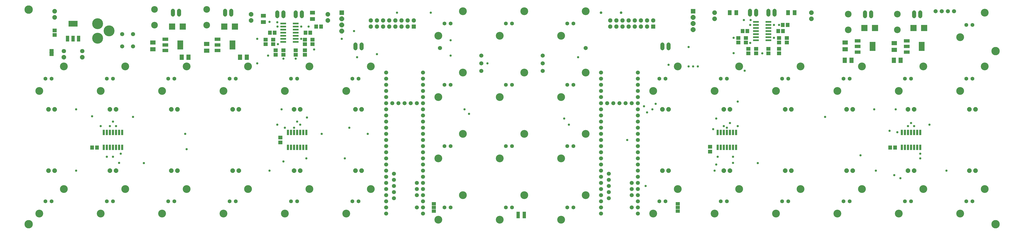
<source format=gbr>
G04 EAGLE Gerber RS-274X export*
G75*
%MOMM*%
%FSLAX34Y34*%
%LPD*%
%INSoldermask Bottom*%
%IPPOS*%
%AMOC8*
5,1,8,0,0,1.08239X$1,22.5*%
G01*
%ADD10C,3.467200*%
%ADD11C,1.676400*%
%ADD12C,1.601200*%
%ADD13C,3.218200*%
%ADD14R,0.863600X2.235200*%
%ADD15P,2.034460X8X22.500000*%
%ADD16P,2.034460X8X202.500000*%
%ADD17P,1.951982X8X292.500000*%
%ADD18C,1.803400*%
%ADD19C,4.521200*%
%ADD20P,2.034460X8X112.500000*%
%ADD21R,1.703200X1.503200*%
%ADD22R,1.422400X2.438400*%
%ADD23R,3.803200X2.403200*%
%ADD24C,1.727200*%
%ADD25R,2.438400X1.422400*%
%ADD26R,2.403200X3.803200*%
%ADD27R,1.803200X2.203200*%
%ADD28R,2.603200X2.603200*%
%ADD29R,2.203200X1.803200*%
%ADD30R,2.403200X0.803200*%
%ADD31R,1.803200X1.503200*%
%ADD32R,1.503200X1.803200*%
%ADD33R,1.727200X1.727200*%
%ADD34P,1.869504X8X112.500000*%
%ADD35R,1.803400X1.371600*%
%ADD36R,1.828800X0.152400*%
%ADD37R,2.003200X1.603200*%
%ADD38R,1.603200X2.003200*%
%ADD39R,1.473200X2.743200*%
%ADD40P,2.144431X8X202.500000*%
%ADD41R,1.981200X1.981200*%
%ADD42C,2.743200*%
%ADD43C,1.703200*%
%ADD44C,0.959600*%
%ADD45P,1.038661X8X22.500000*%


D10*
X31750Y31750D03*
X31750Y920750D03*
X4032250Y31750D03*
X4032250Y749300D03*
D11*
X1511300Y127000D03*
X1511300Y152400D03*
X1511300Y177800D03*
X1511300Y203200D03*
X1511300Y228600D03*
X1511300Y254000D03*
X1511300Y279400D03*
X1511300Y304800D03*
X1511300Y330200D03*
X1511300Y355600D03*
X1511300Y381000D03*
X1511300Y406400D03*
X1663700Y406400D03*
X1663700Y381000D03*
X1663700Y355600D03*
X1663700Y330200D03*
X1663700Y304800D03*
X1663700Y279400D03*
X1663700Y254000D03*
X1663700Y228600D03*
X1663700Y203200D03*
X1663700Y177800D03*
X1663700Y152400D03*
X1511300Y101600D03*
X1663700Y127000D03*
X1663700Y101600D03*
X1511300Y76200D03*
X1663700Y76200D03*
X1511300Y431800D03*
X1663700Y431800D03*
X1511300Y457200D03*
X1511300Y482600D03*
X1511300Y508000D03*
X1511300Y533400D03*
X1511300Y558800D03*
X1511300Y584200D03*
X1511300Y609600D03*
X1511300Y635000D03*
X1511300Y660400D03*
X1663700Y660400D03*
X1663700Y635000D03*
X1663700Y609600D03*
X1663700Y584200D03*
X1663700Y558800D03*
X1663700Y533400D03*
X1663700Y508000D03*
X1663700Y482600D03*
X1663700Y457200D03*
X1536700Y533400D03*
X1587500Y533400D03*
X1612900Y533400D03*
X1562100Y533400D03*
X1638300Y533400D03*
X1638300Y101600D03*
X1638300Y152400D03*
X1638300Y177800D03*
X1638300Y203200D03*
X1543050Y139700D03*
X1543050Y165100D03*
X1543050Y190500D03*
X1543050Y215900D03*
X1543050Y241300D03*
D12*
X127000Y635000D03*
X101600Y635000D03*
D13*
X76200Y584200D03*
X177800Y685800D03*
D12*
X381000Y635000D03*
X355600Y635000D03*
D13*
X330200Y584200D03*
X431800Y685800D03*
D12*
X889000Y635000D03*
X863600Y635000D03*
D13*
X838200Y584200D03*
X939800Y685800D03*
D12*
X1397000Y635000D03*
X1371600Y635000D03*
D13*
X1346200Y584200D03*
X1447800Y685800D03*
D12*
X635000Y635000D03*
X609600Y635000D03*
D13*
X584200Y584200D03*
X685800Y685800D03*
D12*
X1143000Y635000D03*
X1117600Y635000D03*
D13*
X1092200Y584200D03*
X1193800Y685800D03*
D12*
X1778000Y863600D03*
X1752600Y863600D03*
D13*
X1727200Y812800D03*
X1828800Y914400D03*
D12*
X1778000Y609600D03*
X1752600Y609600D03*
D13*
X1727200Y558800D03*
X1828800Y660400D03*
D12*
X1778000Y355600D03*
X1752600Y355600D03*
D13*
X1727200Y304800D03*
X1828800Y406400D03*
D12*
X1778000Y101600D03*
X1752600Y101600D03*
D13*
X1727200Y50800D03*
X1828800Y152400D03*
D14*
X342900Y411734D03*
X342900Y350266D03*
X355600Y411734D03*
X368300Y411734D03*
X355600Y350266D03*
X368300Y350266D03*
X381000Y411734D03*
X381000Y350266D03*
X393700Y411734D03*
X406400Y411734D03*
X393700Y350266D03*
X406400Y350266D03*
X419100Y411734D03*
X419100Y350266D03*
D15*
X114300Y508000D03*
X139700Y508000D03*
X368300Y508000D03*
X393700Y508000D03*
X876300Y508000D03*
X901700Y508000D03*
D16*
X1409700Y508000D03*
X1384300Y508000D03*
X647700Y508000D03*
X622300Y508000D03*
D15*
X1130300Y508000D03*
X1155700Y508000D03*
D17*
X254000Y723900D03*
D18*
X254000Y749300D03*
D17*
X177800Y723900D03*
D18*
X177800Y749300D03*
D19*
X317500Y802800D03*
X317500Y862800D03*
X364500Y832800D03*
D20*
X139700Y889000D03*
X139700Y914400D03*
D21*
X139700Y835000D03*
X139700Y816000D03*
D22*
X239014Y800862D03*
X215900Y800862D03*
X192786Y800862D03*
D23*
X215900Y862840D03*
D12*
X127000Y127000D03*
X101600Y127000D03*
D13*
X76200Y76200D03*
X177800Y177800D03*
D12*
X381000Y127000D03*
X355600Y127000D03*
D13*
X330200Y76200D03*
X431800Y177800D03*
D12*
X635000Y127000D03*
X609600Y127000D03*
D13*
X584200Y76200D03*
X685800Y177800D03*
D12*
X889000Y127000D03*
X863600Y127000D03*
D13*
X838200Y76200D03*
X939800Y177800D03*
D12*
X1143000Y127000D03*
X1117600Y127000D03*
D13*
X1092200Y76200D03*
X1193800Y177800D03*
D12*
X1397000Y127000D03*
X1371600Y127000D03*
D13*
X1346200Y76200D03*
X1447800Y177800D03*
D14*
X1104900Y411734D03*
X1104900Y350266D03*
X1117600Y411734D03*
X1130300Y411734D03*
X1117600Y350266D03*
X1130300Y350266D03*
X1143000Y411734D03*
X1143000Y350266D03*
X1155700Y411734D03*
X1168400Y411734D03*
X1155700Y350266D03*
X1168400Y350266D03*
X1181100Y411734D03*
X1181100Y350266D03*
D15*
X114300Y254000D03*
X139700Y254000D03*
X368300Y254000D03*
X393700Y254000D03*
D16*
X647700Y254000D03*
X622300Y254000D03*
D15*
X876300Y254000D03*
X901700Y254000D03*
X1130300Y254000D03*
X1155700Y254000D03*
D16*
X1409700Y254000D03*
X1384300Y254000D03*
D24*
X628650Y900430D02*
X628650Y915670D01*
X654050Y915670D02*
X654050Y900430D01*
D25*
X597662Y751586D03*
X597662Y774700D03*
X597662Y797814D03*
D26*
X659640Y774700D03*
D27*
X693450Y723900D03*
X665450Y723900D03*
D28*
X625700Y850900D03*
X669700Y850900D03*
D29*
X546100Y784890D03*
X546100Y756890D03*
D24*
X844550Y900430D02*
X844550Y915670D01*
X869950Y915670D02*
X869950Y900430D01*
D25*
X813562Y751586D03*
X813562Y774700D03*
X813562Y797814D03*
D26*
X875540Y774700D03*
D27*
X934750Y723900D03*
X906750Y723900D03*
D28*
X841600Y850900D03*
X885600Y850900D03*
D29*
X768350Y778540D03*
X768350Y750540D03*
D30*
X1137250Y850900D03*
X1085250Y850900D03*
X1137250Y863600D03*
X1137250Y838200D03*
X1137250Y825500D03*
X1085250Y863600D03*
X1085250Y838200D03*
X1085250Y825500D03*
X1137250Y800100D03*
X1085250Y800100D03*
X1137250Y812800D03*
X1137250Y787400D03*
X1085250Y812800D03*
X1085250Y787400D03*
D31*
X1174750Y777900D03*
X1174750Y796900D03*
X1206500Y796900D03*
X1206500Y777900D03*
X1174750Y733450D03*
X1174750Y752450D03*
X1136650Y752450D03*
X1136650Y733450D03*
D32*
X1177950Y825500D03*
X1196950Y825500D03*
D33*
X1625600Y850900D03*
D34*
X1625600Y876300D03*
X1600200Y850900D03*
X1600200Y876300D03*
X1574800Y850900D03*
X1574800Y876300D03*
X1549400Y850900D03*
X1549400Y876300D03*
X1524000Y850900D03*
X1524000Y876300D03*
X1498600Y850900D03*
X1498600Y876300D03*
X1473200Y850900D03*
X1473200Y876300D03*
X1447800Y850900D03*
X1447800Y876300D03*
D24*
X1136650Y894080D02*
X1136650Y909320D01*
X1162050Y909320D02*
X1162050Y894080D01*
D31*
X1043940Y796900D03*
X1043940Y777900D03*
X1012190Y777900D03*
X1012190Y796900D03*
X1054100Y733450D03*
X1054100Y752450D03*
X1085850Y752450D03*
X1085850Y733450D03*
D32*
X1049630Y825500D03*
X1030630Y825500D03*
D24*
X1060450Y894080D02*
X1060450Y909320D01*
X1085850Y909320D02*
X1085850Y894080D01*
D12*
X3937000Y857250D03*
X3911600Y857250D03*
D13*
X3886200Y806450D03*
X3987800Y908050D03*
D35*
X127000Y750570D03*
X127000Y735330D03*
D36*
X127000Y742950D03*
D20*
X1270000Y876300D03*
X1270000Y901700D03*
D37*
X1206500Y882062D03*
X1206500Y908638D03*
D20*
X952500Y876300D03*
X952500Y901700D03*
D37*
X1003300Y869362D03*
X1003300Y895938D03*
D11*
X2400300Y127000D03*
X2400300Y152400D03*
X2400300Y177800D03*
X2400300Y203200D03*
X2400300Y228600D03*
X2400300Y254000D03*
X2400300Y279400D03*
X2400300Y304800D03*
X2400300Y330200D03*
X2400300Y355600D03*
X2400300Y381000D03*
X2400300Y406400D03*
X2552700Y406400D03*
X2552700Y381000D03*
X2552700Y355600D03*
X2552700Y330200D03*
X2552700Y304800D03*
X2552700Y279400D03*
X2552700Y254000D03*
X2552700Y228600D03*
X2552700Y203200D03*
X2552700Y177800D03*
X2552700Y152400D03*
X2400300Y101600D03*
X2552700Y127000D03*
X2552700Y101600D03*
X2400300Y76200D03*
X2552700Y76200D03*
X2400300Y431800D03*
X2552700Y431800D03*
X2400300Y457200D03*
X2400300Y482600D03*
X2400300Y508000D03*
X2400300Y533400D03*
X2400300Y558800D03*
X2400300Y584200D03*
X2400300Y609600D03*
X2400300Y635000D03*
X2400300Y660400D03*
X2552700Y660400D03*
X2552700Y635000D03*
X2552700Y609600D03*
X2552700Y584200D03*
X2552700Y558800D03*
X2552700Y533400D03*
X2552700Y508000D03*
X2552700Y482600D03*
X2552700Y457200D03*
X2425700Y533400D03*
X2476500Y533400D03*
X2501900Y533400D03*
X2451100Y533400D03*
X2527300Y533400D03*
X2527300Y101600D03*
X2527300Y152400D03*
X2527300Y177800D03*
X2527300Y203200D03*
X2432050Y139700D03*
X2432050Y165100D03*
X2432050Y190500D03*
X2432050Y215900D03*
X2432050Y241300D03*
D12*
X2667000Y635000D03*
X2641600Y635000D03*
D13*
X2616200Y584200D03*
X2717800Y685800D03*
D12*
X3175000Y635000D03*
X3149600Y635000D03*
D13*
X3124200Y584200D03*
X3225800Y685800D03*
D12*
X2921000Y635000D03*
X2895600Y635000D03*
D13*
X2870200Y584200D03*
X2971800Y685800D03*
D12*
X3429000Y635000D03*
X3403600Y635000D03*
D13*
X3378200Y584200D03*
X3479800Y685800D03*
D12*
X3937000Y635000D03*
X3911600Y635000D03*
D13*
X3886200Y584200D03*
X3987800Y685800D03*
D12*
X3683000Y635000D03*
X3657600Y635000D03*
D13*
X3632200Y584200D03*
X3733800Y685800D03*
D12*
X2286000Y863600D03*
X2260600Y863600D03*
D13*
X2235200Y812800D03*
X2336800Y914400D03*
D12*
X2286000Y609600D03*
X2260600Y609600D03*
D13*
X2235200Y558800D03*
X2336800Y660400D03*
D12*
X2286000Y355600D03*
X2260600Y355600D03*
D13*
X2235200Y304800D03*
X2336800Y406400D03*
D12*
X2286000Y101600D03*
X2260600Y101600D03*
D13*
X2235200Y50800D03*
X2336800Y152400D03*
D14*
X2882900Y411734D03*
X2882900Y350266D03*
X2895600Y411734D03*
X2908300Y411734D03*
X2895600Y350266D03*
X2908300Y350266D03*
X2921000Y411734D03*
X2921000Y350266D03*
X2933700Y411734D03*
X2946400Y411734D03*
X2933700Y350266D03*
X2946400Y350266D03*
X2959100Y411734D03*
X2959100Y350266D03*
D15*
X2654300Y508000D03*
X2679700Y508000D03*
X3162300Y508000D03*
X3187700Y508000D03*
X2908300Y508000D03*
X2933700Y508000D03*
X3416300Y508000D03*
X3441700Y508000D03*
D16*
X3949700Y508000D03*
X3924300Y508000D03*
D15*
X3670300Y508000D03*
X3695700Y508000D03*
D12*
X2667000Y127000D03*
X2641600Y127000D03*
D13*
X2616200Y76200D03*
X2717800Y177800D03*
D12*
X2921000Y127000D03*
X2895600Y127000D03*
D13*
X2870200Y76200D03*
X2971800Y177800D03*
D12*
X3175000Y127000D03*
X3149600Y127000D03*
D13*
X3124200Y76200D03*
X3225800Y177800D03*
D12*
X3429000Y127000D03*
X3403600Y127000D03*
D13*
X3378200Y76200D03*
X3479800Y177800D03*
D12*
X3683000Y127000D03*
X3657600Y127000D03*
D13*
X3632200Y76200D03*
X3733800Y177800D03*
D12*
X3937000Y127000D03*
X3911600Y127000D03*
D13*
X3886200Y76200D03*
X3987800Y177800D03*
D14*
X3644900Y411734D03*
X3644900Y350266D03*
X3657600Y411734D03*
X3670300Y411734D03*
X3657600Y350266D03*
X3670300Y350266D03*
X3683000Y411734D03*
X3683000Y350266D03*
X3695700Y411734D03*
X3708400Y411734D03*
X3695700Y350266D03*
X3708400Y350266D03*
X3721100Y411734D03*
X3721100Y350266D03*
D15*
X2654300Y254000D03*
X2679700Y254000D03*
X2908300Y254000D03*
X2933700Y254000D03*
D16*
X3187700Y254000D03*
X3162300Y254000D03*
D15*
X3416300Y254000D03*
X3441700Y254000D03*
X3670300Y254000D03*
X3695700Y254000D03*
D16*
X3949700Y254000D03*
X3924300Y254000D03*
D24*
X3492500Y894080D02*
X3492500Y909320D01*
X3517900Y909320D02*
X3517900Y894080D01*
D25*
X3461512Y745236D03*
X3461512Y768350D03*
X3461512Y791464D03*
D26*
X3523490Y768350D03*
D27*
X3408650Y711200D03*
X3436650Y711200D03*
D28*
X3489550Y844550D03*
X3533550Y844550D03*
D29*
X3409950Y784890D03*
X3409950Y756890D03*
D24*
X3695700Y894080D02*
X3695700Y909320D01*
X3721100Y909320D02*
X3721100Y894080D01*
D25*
X3664712Y745236D03*
X3664712Y768350D03*
X3664712Y791464D03*
D26*
X3726690Y768350D03*
D27*
X3611850Y711200D03*
X3639850Y711200D03*
D28*
X3692750Y844550D03*
X3736750Y844550D03*
D29*
X3613150Y782350D03*
X3613150Y754350D03*
D30*
X3093050Y857250D03*
X3041050Y857250D03*
X3093050Y869950D03*
X3093050Y844550D03*
X3093050Y831850D03*
X3041050Y869950D03*
X3041050Y844550D03*
X3041050Y831850D03*
X3093050Y806450D03*
X3041050Y806450D03*
X3093050Y819150D03*
X3093050Y793750D03*
X3041050Y819150D03*
X3041050Y793750D03*
D31*
X3136900Y784250D03*
X3136900Y803250D03*
X3168650Y784250D03*
X3168650Y803250D03*
X3136900Y739800D03*
X3136900Y758800D03*
X3092450Y758800D03*
X3092450Y739800D03*
D32*
X3133750Y831850D03*
X3152750Y831850D03*
D33*
X2616200Y850900D03*
D34*
X2616200Y876300D03*
X2590800Y850900D03*
X2590800Y876300D03*
X2565400Y850900D03*
X2565400Y876300D03*
X2540000Y850900D03*
X2540000Y876300D03*
X2514600Y850900D03*
X2514600Y876300D03*
X2489200Y850900D03*
X2489200Y876300D03*
X2463800Y850900D03*
X2463800Y876300D03*
X2438400Y850900D03*
X2438400Y876300D03*
D24*
X3092450Y900430D02*
X3092450Y915670D01*
X3117850Y915670D02*
X3117850Y900430D01*
D31*
X2999740Y803250D03*
X2999740Y784250D03*
X2967990Y784250D03*
X2967990Y803250D03*
X3009900Y739800D03*
X3009900Y758800D03*
X3041650Y758800D03*
X3041650Y739800D03*
D32*
X3005430Y831850D03*
X2986430Y831850D03*
D24*
X3016250Y900430D02*
X3016250Y915670D01*
X3041650Y915670D02*
X3041650Y900430D01*
D20*
X3270250Y882650D03*
X3270250Y908050D03*
D38*
X3174412Y908050D03*
X3200988Y908050D03*
D20*
X2870200Y882650D03*
X2870200Y908050D03*
D38*
X2959688Y908050D03*
X2933112Y908050D03*
D24*
X1384300Y775970D02*
X1384300Y760730D01*
X1409700Y760730D02*
X1409700Y775970D01*
X2654300Y775970D02*
X2654300Y760730D01*
X2679700Y760730D02*
X2679700Y775970D01*
D39*
X2082800Y69850D03*
X2057400Y69850D03*
D40*
X1327150Y882650D03*
D41*
X1327150Y908050D03*
D40*
X1327150Y857250D03*
X1327150Y831850D03*
X2781300Y889000D03*
D41*
X2781300Y914400D03*
D40*
X2781300Y863600D03*
X2781300Y838200D03*
D35*
X1708150Y116840D03*
X1708150Y101600D03*
X1708150Y86360D03*
X2717800Y116840D03*
X2717800Y101600D03*
X2717800Y86360D03*
D12*
X2032000Y863600D03*
X2006600Y863600D03*
D13*
X1981200Y812800D03*
X2082800Y914400D03*
D12*
X2032000Y609600D03*
X2006600Y609600D03*
D13*
X1981200Y558800D03*
X2082800Y660400D03*
D12*
X2032000Y355600D03*
X2006600Y355600D03*
D13*
X1981200Y304800D03*
X2082800Y406400D03*
D12*
X2032000Y101600D03*
X2006600Y101600D03*
D13*
X1981200Y50800D03*
X2082800Y152400D03*
D42*
X768350Y856500D03*
X768350Y921500D03*
X3625850Y837450D03*
X3625850Y902450D03*
X552450Y856500D03*
X552450Y921500D03*
X3422650Y837450D03*
X3422650Y902450D03*
D31*
X1073150Y371000D03*
X1073150Y391000D03*
D32*
X314800Y349250D03*
X294800Y349250D03*
X1221900Y850900D03*
X1241900Y850900D03*
D31*
X2851150Y352900D03*
X2851150Y332900D03*
D32*
X3616800Y349250D03*
X3596800Y349250D03*
X3152300Y857250D03*
X3172300Y857250D03*
D43*
X419100Y819150D03*
X463550Y819150D03*
X3835400Y914400D03*
X3810000Y914400D03*
D44*
X381000Y457200D03*
X1183640Y473710D03*
D43*
X2336800Y762000D03*
X1733550Y762000D03*
X419100Y768350D03*
X3784600Y914400D03*
D44*
X228600Y254000D03*
X406400Y285750D03*
X508635Y285115D03*
X1028700Y254000D03*
X1181100Y304800D03*
X1339850Y304800D03*
X1092200Y431800D03*
X1130300Y431800D03*
X977900Y698500D03*
X1358900Y431800D03*
X228600Y508000D03*
X330200Y438150D03*
X368300Y438150D03*
X1778000Y730250D03*
X1778000Y793750D03*
X1159510Y850900D03*
X1159510Y800100D03*
X1435100Y406400D03*
X393700Y438150D03*
X679450Y406400D03*
X1244600Y406400D03*
X1061720Y850900D03*
X1062990Y777900D03*
X1155700Y444500D03*
X1060450Y868680D03*
X1028700Y869950D03*
X3530600Y508000D03*
X2876550Y279400D03*
X2946400Y285750D03*
X3048635Y285115D03*
X3536950Y254000D03*
X3721100Y304800D03*
X3829050Y254000D03*
X2876550Y469900D03*
X2679700Y692150D03*
X3018790Y877570D03*
X2990850Y877570D03*
X3695700Y438150D03*
X3670300Y438150D03*
X3619500Y508000D03*
X3721100Y323850D03*
X3638550Y222250D03*
X3115310Y857250D03*
X2762250Y765810D03*
X3115310Y803910D03*
X2863850Y425450D03*
X2762250Y685800D03*
X3017520Y857250D03*
X3017520Y782980D03*
X2994660Y668020D03*
X2933700Y450850D03*
X2578100Y520700D03*
X2590800Y495300D03*
X2965450Y539750D03*
X2508250Y381000D03*
X3625850Y412750D03*
X2908300Y438150D03*
X3327400Y476250D03*
X2305050Y723900D03*
X3613150Y234950D03*
X2948940Y803910D03*
X3594100Y419100D03*
D43*
X3860800Y914400D03*
D44*
X3136900Y857250D03*
X3067050Y739800D03*
X2948940Y740410D03*
X1390650Y723900D03*
X1327150Y800100D03*
X1473200Y736600D03*
X1377950Y831850D03*
X2800350Y685800D03*
X2612390Y508000D03*
X2626360Y530860D03*
X2781300Y685800D03*
D43*
X463550Y768350D03*
D44*
X294640Y478790D03*
X1078230Y508000D03*
X1189990Y850900D03*
X1136650Y717550D03*
X1085850Y717550D03*
X1212850Y755650D03*
X977900Y800100D03*
X1022350Y730250D03*
X1930400Y698500D03*
X1835150Y508000D03*
X1854200Y488950D03*
X2247900Y469900D03*
X2266950Y444500D03*
X1695450Y908050D03*
X1555750Y908050D03*
D43*
X1905000Y666750D03*
X1905000Y698500D03*
X1905000Y730250D03*
X2159000Y666750D03*
X2159000Y698500D03*
X2159000Y730250D03*
D45*
X2482850Y908050D03*
X2400300Y908050D03*
D44*
X355600Y311150D03*
X381000Y311150D03*
X412750Y323850D03*
X685800Y342900D03*
X1085850Y292100D03*
X463550Y476250D03*
X1143000Y457200D03*
X1060450Y444500D03*
X2921000Y431800D03*
X2965450Y438150D03*
X3473450Y317500D03*
X2946400Y311150D03*
X2870200Y254000D03*
X2584450Y190500D03*
X2882900Y311150D03*
X3759200Y444500D03*
X3683000Y450850D03*
M02*

</source>
